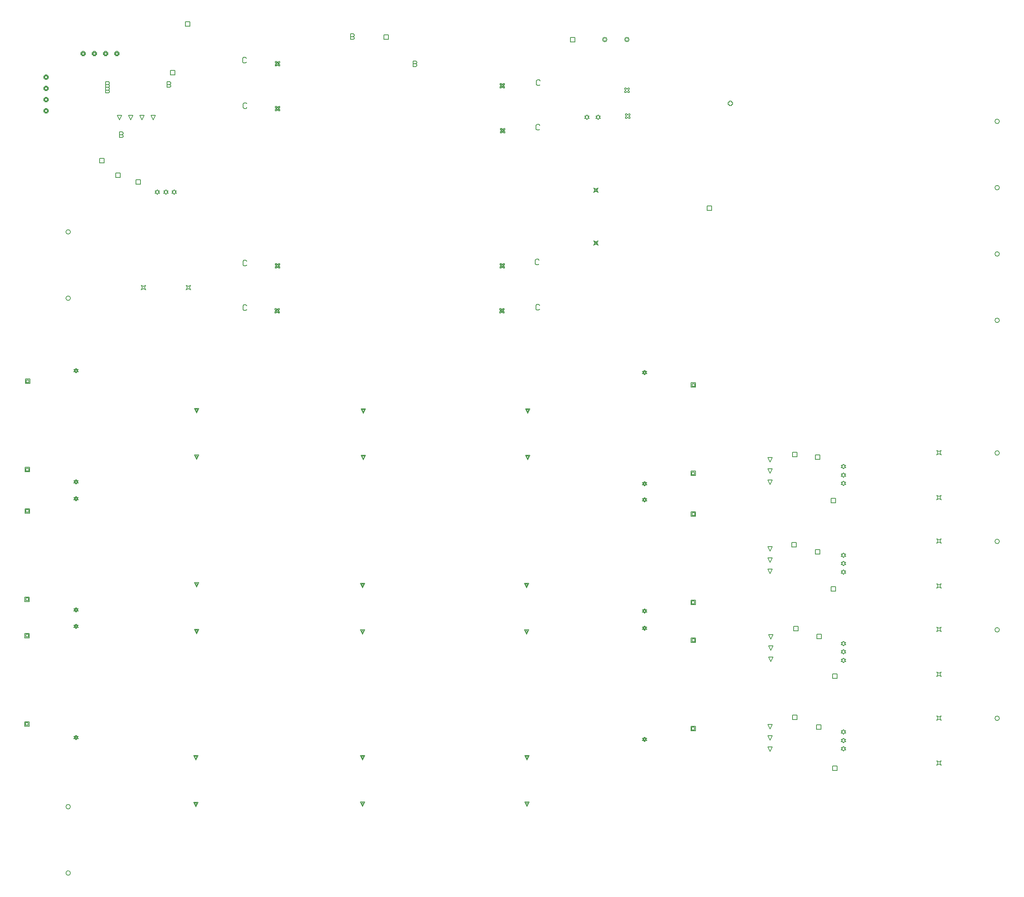
<source format=gbr>
%TF.GenerationSoftware,Altium Limited,Altium Designer,24.7.2 (38)*%
G04 Layer_Color=2752767*
%FSLAX43Y43*%
%MOMM*%
%TF.SameCoordinates,3DDE4B3C-03A5-4BC3-9972-2EF5A5DF1AA7*%
%TF.FilePolarity,Positive*%
%TF.FileFunction,Drawing*%
%TF.Part,Single*%
G01*
G75*
%TA.AperFunction,NonConductor*%
%ADD133C,0.127*%
%ADD134C,0.169*%
%ADD135C,0.102*%
D133*
X44000Y124067D02*
X43492Y125083D01*
X44508D01*
X44000Y124067D01*
Y124270D02*
X43695Y124880D01*
X44305D01*
X44000Y124270D01*
Y113526D02*
X43492Y114542D01*
X44508D01*
X44000Y113526D01*
Y113729D02*
X43695Y114339D01*
X44305D01*
X44000Y113729D01*
X173700Y47517D02*
X173192Y48533D01*
X174208D01*
X173700Y47517D01*
Y50057D02*
X173192Y51073D01*
X174208D01*
X173700Y50057D01*
Y52597D02*
X173192Y53613D01*
X174208D01*
X173700Y52597D01*
Y87742D02*
X173192Y88758D01*
X174208D01*
X173700Y87742D01*
Y90282D02*
X173192Y91298D01*
X174208D01*
X173700Y90282D01*
Y92822D02*
X173192Y93838D01*
X174208D01*
X173700Y92822D01*
Y107893D02*
X173192Y108909D01*
X174208D01*
X173700Y107893D01*
Y110433D02*
X173192Y111449D01*
X174208D01*
X173700Y110433D01*
Y112973D02*
X173192Y113989D01*
X174208D01*
X173700Y112973D01*
X173800Y67852D02*
X173292Y68868D01*
X174308D01*
X173800Y67852D01*
Y70392D02*
X173292Y71408D01*
X174308D01*
X173800Y70392D01*
Y72932D02*
X173292Y73948D01*
X174308D01*
X173800Y72932D01*
X178767Y54667D02*
Y55683D01*
X179783D01*
Y54667D01*
X178767D01*
X187767Y43217D02*
Y44233D01*
X188783D01*
Y43217D01*
X187767D01*
X184170Y52515D02*
Y53531D01*
X185186D01*
Y52515D01*
X184170D01*
X184221Y72967D02*
Y73983D01*
X185237D01*
Y72967D01*
X184221D01*
X178992Y74742D02*
Y75758D01*
X180008D01*
Y74742D01*
X178992D01*
X187817Y64047D02*
Y65063D01*
X188833D01*
Y64047D01*
X187817D01*
X187492Y83792D02*
Y84808D01*
X188508D01*
Y83792D01*
X187492D01*
X183917Y113542D02*
Y114558D01*
X184933D01*
Y113542D01*
X183917D01*
X187430Y103692D02*
Y104708D01*
X188446D01*
Y103692D01*
X187430D01*
X190221Y47587D02*
X190475Y47841D01*
X190729D01*
X190475Y48095D01*
X190729Y48349D01*
X190475D01*
X190221Y48603D01*
X189967Y48349D01*
X189713D01*
X189967Y48095D01*
X189713Y47841D01*
X189967D01*
X190221Y47587D01*
Y49492D02*
X190475Y49746D01*
X190729D01*
X190475Y50000D01*
X190729Y50254D01*
X190475D01*
X190221Y50508D01*
X189967Y50254D01*
X189713D01*
X189967Y50000D01*
X189713Y49746D01*
X189967D01*
X190221Y49492D01*
Y51397D02*
X190475Y51651D01*
X190729D01*
X190475Y51905D01*
X190729Y52159D01*
X190475D01*
X190221Y52413D01*
X189967Y52159D01*
X189713D01*
X189967Y51905D01*
X189713Y51651D01*
X189967D01*
X190221Y51397D01*
X211303Y44412D02*
X211557Y44920D01*
X211303Y45428D01*
X211811Y45174D01*
X212319Y45428D01*
X212065Y44920D01*
X212319Y44412D01*
X211811Y44666D01*
X211303Y44412D01*
Y54572D02*
X211557Y55080D01*
X211303Y55588D01*
X211811Y55334D01*
X212319Y55588D01*
X212065Y55080D01*
X212319Y54572D01*
X211811Y54826D01*
X211303Y54572D01*
X190221Y67587D02*
X190475Y67841D01*
X190729D01*
X190475Y68095D01*
X190729Y68349D01*
X190475D01*
X190221Y68603D01*
X189967Y68349D01*
X189713D01*
X189967Y68095D01*
X189713Y67841D01*
X189967D01*
X190221Y67587D01*
Y69492D02*
X190475Y69746D01*
X190729D01*
X190475Y70000D01*
X190729Y70254D01*
X190475D01*
X190221Y70508D01*
X189967Y70254D01*
X189713D01*
X189967Y70000D01*
X189713Y69746D01*
X189967D01*
X190221Y69492D01*
Y71397D02*
X190475Y71651D01*
X190729D01*
X190475Y71905D01*
X190729Y72159D01*
X190475D01*
X190221Y72413D01*
X189967Y72159D01*
X189713D01*
X189967Y71905D01*
X189713Y71651D01*
X189967D01*
X190221Y71397D01*
X211303Y64412D02*
X211557Y64920D01*
X211303Y65428D01*
X211811Y65174D01*
X212319Y65428D01*
X212065Y64920D01*
X212319Y64412D01*
X211811Y64666D01*
X211303Y64412D01*
Y74572D02*
X211557Y75080D01*
X211303Y75588D01*
X211811Y75334D01*
X212319Y75588D01*
X212065Y75080D01*
X212319Y74572D01*
X211811Y74826D01*
X211303Y74572D01*
X190221Y87587D02*
X190475Y87841D01*
X190729D01*
X190475Y88095D01*
X190729Y88349D01*
X190475D01*
X190221Y88603D01*
X189967Y88349D01*
X189713D01*
X189967Y88095D01*
X189713Y87841D01*
X189967D01*
X190221Y87587D01*
Y89492D02*
X190475Y89746D01*
X190729D01*
X190475Y90000D01*
X190729Y90254D01*
X190475D01*
X190221Y90508D01*
X189967Y90254D01*
X189713D01*
X189967Y90000D01*
X189713Y89746D01*
X189967D01*
X190221Y89492D01*
Y91397D02*
X190475Y91651D01*
X190729D01*
X190475Y91905D01*
X190729Y92159D01*
X190475D01*
X190221Y92413D01*
X189967Y92159D01*
X189713D01*
X189967Y91905D01*
X189713Y91651D01*
X189967D01*
X190221Y91397D01*
X211303Y84412D02*
X211557Y84920D01*
X211303Y85428D01*
X211811Y85174D01*
X212319Y85428D01*
X212065Y84920D01*
X212319Y84412D01*
X211811Y84666D01*
X211303Y84412D01*
Y94572D02*
X211557Y95080D01*
X211303Y95588D01*
X211811Y95334D01*
X212319Y95588D01*
X212065Y95080D01*
X212319Y94572D01*
X211811Y94826D01*
X211303Y94572D01*
X190221Y107587D02*
X190475Y107841D01*
X190729D01*
X190475Y108095D01*
X190729Y108349D01*
X190475D01*
X190221Y108603D01*
X189967Y108349D01*
X189713D01*
X189967Y108095D01*
X189713Y107841D01*
X189967D01*
X190221Y107587D01*
Y109492D02*
X190475Y109746D01*
X190729D01*
X190475Y110000D01*
X190729Y110254D01*
X190475D01*
X190221Y110508D01*
X189967Y110254D01*
X189713D01*
X189967Y110000D01*
X189713Y109746D01*
X189967D01*
X190221Y109492D01*
Y111397D02*
X190475Y111651D01*
X190729D01*
X190475Y111905D01*
X190729Y112159D01*
X190475D01*
X190221Y112413D01*
X189967Y112159D01*
X189713D01*
X189967Y111905D01*
X189713Y111651D01*
X189967D01*
X190221Y111397D01*
X211303Y104412D02*
X211557Y104920D01*
X211303Y105428D01*
X211811Y105174D01*
X212319Y105428D01*
X212065Y104920D01*
X212319Y104412D01*
X211811Y104666D01*
X211303Y104412D01*
Y114572D02*
X211557Y115080D01*
X211303Y115588D01*
X211811Y115334D01*
X212319Y115588D01*
X212065Y115080D01*
X212319Y114572D01*
X211811Y114826D01*
X211303Y114572D01*
X178767Y114117D02*
Y115133D01*
X179783D01*
Y114117D01*
X178767D01*
X178592Y93742D02*
Y94758D01*
X179608D01*
Y93742D01*
X178592D01*
X183942Y92167D02*
Y93183D01*
X184958D01*
Y92167D01*
X183942D01*
X155772Y52167D02*
Y53183D01*
X156788D01*
Y52167D01*
X155772D01*
X155975Y52370D02*
Y52980D01*
X156585D01*
Y52370D01*
X155975D01*
X155822Y72142D02*
Y73158D01*
X156838D01*
Y72142D01*
X155822D01*
X156025Y72345D02*
Y72955D01*
X156635D01*
Y72345D01*
X156025D01*
X81710Y124006D02*
X81202Y125022D01*
X82218D01*
X81710Y124006D01*
Y124209D02*
X81405Y124819D01*
X82015D01*
X81710Y124209D01*
Y113465D02*
X81202Y114481D01*
X82218D01*
X81710Y113465D01*
Y113668D02*
X81405Y114278D01*
X82015D01*
X81710Y113668D01*
X155772Y109887D02*
Y110903D01*
X156788D01*
Y109887D01*
X155772D01*
X155975Y110090D02*
Y110700D01*
X156585D01*
Y110090D01*
X155975D01*
X155822Y129862D02*
Y130878D01*
X156838D01*
Y129862D01*
X155822D01*
X156025Y130065D02*
Y130675D01*
X156635D01*
Y130065D01*
X156025D01*
X121718Y199190D02*
X121506Y199402D01*
X121083D01*
X120872Y199190D01*
Y198344D01*
X121083Y198132D01*
X121506D01*
X121718Y198344D01*
X121616Y189106D02*
X121405Y189318D01*
X120982D01*
X120770Y189106D01*
Y188260D01*
X120982Y188048D01*
X121405D01*
X121616Y188260D01*
X121439Y158601D02*
X121227Y158813D01*
X120804D01*
X120592Y158601D01*
Y157755D01*
X120804Y157543D01*
X121227D01*
X121439Y157755D01*
X121591Y148390D02*
X121379Y148602D01*
X120956D01*
X120745Y148390D01*
Y147544D01*
X120956Y147332D01*
X121379D01*
X121591Y147544D01*
X159442Y169892D02*
Y170908D01*
X160458D01*
Y169892D01*
X159442D01*
X118870Y124006D02*
X118362Y125022D01*
X119378D01*
X118870Y124006D01*
Y124209D02*
X118565Y124819D01*
X119175D01*
X118870Y124209D01*
X112566Y146697D02*
X112820D01*
X113074Y146951D01*
X113328Y146697D01*
X113582D01*
Y146951D01*
X113328Y147205D01*
X113582Y147459D01*
Y147713D01*
X113328D01*
X113074Y147459D01*
X112820Y147713D01*
X112566D01*
Y147459D01*
X112820Y147205D01*
X112566Y146951D01*
Y146697D01*
X112769Y146900D02*
X112921D01*
X113074Y147053D01*
X113226Y146900D01*
X113379D01*
Y147053D01*
X113226Y147205D01*
X113379Y147358D01*
Y147510D01*
X113226D01*
X113074Y147358D01*
X112921Y147510D01*
X112769D01*
Y147358D01*
X112921Y147205D01*
X112769Y147053D01*
Y146900D01*
X112617Y156857D02*
X112871D01*
X113125Y157111D01*
X113379Y156857D01*
X113633D01*
Y157111D01*
X113379Y157365D01*
X113633Y157619D01*
Y157873D01*
X113379D01*
X113125Y157619D01*
X112871Y157873D01*
X112617D01*
Y157619D01*
X112871Y157365D01*
X112617Y157111D01*
Y156857D01*
X112820Y157060D02*
X112972D01*
X113125Y157213D01*
X113277Y157060D01*
X113429D01*
Y157213D01*
X113277Y157365D01*
X113429Y157518D01*
Y157670D01*
X113277D01*
X113125Y157518D01*
X112972Y157670D01*
X112820D01*
Y157518D01*
X112972Y157365D01*
X112820Y157213D01*
Y157060D01*
X112667Y187413D02*
X112921D01*
X113175Y187667D01*
X113429Y187413D01*
X113683D01*
Y187667D01*
X113429Y187921D01*
X113683Y188175D01*
Y188429D01*
X113429D01*
X113175Y188175D01*
X112921Y188429D01*
X112667D01*
Y188175D01*
X112921Y187921D01*
X112667Y187667D01*
Y187413D01*
X112871Y187617D02*
X113023D01*
X113175Y187769D01*
X113328Y187617D01*
X113480D01*
Y187769D01*
X113328Y187921D01*
X113480Y188074D01*
Y188226D01*
X113328D01*
X113175Y188074D01*
X113023Y188226D01*
X112871D01*
Y188074D01*
X113023Y187921D01*
X112871Y187769D01*
Y187617D01*
X112617Y197573D02*
X112871D01*
X113125Y197827D01*
X113379Y197573D01*
X113633D01*
Y197827D01*
X113379Y198081D01*
X113633Y198335D01*
Y198589D01*
X113379D01*
X113125Y198335D01*
X112871Y198589D01*
X112617D01*
Y198335D01*
X112871Y198081D01*
X112617Y197827D01*
Y197573D01*
X112820Y197777D02*
X112972D01*
X113125Y197929D01*
X113277Y197777D01*
X113429D01*
Y197929D01*
X113277Y198081D01*
X113429Y198234D01*
Y198386D01*
X113277D01*
X113125Y198234D01*
X112972Y198386D01*
X112820D01*
Y198234D01*
X112972Y198081D01*
X112820Y197929D01*
Y197777D01*
X145305Y132645D02*
X145559Y132899D01*
X145813D01*
X145559Y133153D01*
X145813Y133407D01*
X145559D01*
X145305Y133661D01*
X145051Y133407D01*
X144797D01*
X145051Y133153D01*
X144797Y132899D01*
X145051D01*
X145305Y132645D01*
Y132848D02*
X145457Y133001D01*
X145610D01*
X145457Y133153D01*
X145610Y133305D01*
X145457D01*
X145305Y133458D01*
X145153Y133305D01*
X145000D01*
X145153Y133153D01*
X145000Y133001D01*
X145153D01*
X145305Y132848D01*
X81590Y84526D02*
X81082Y85542D01*
X82098D01*
X81590Y84526D01*
Y84729D02*
X81285Y85339D01*
X81895D01*
X81590Y84729D01*
Y73985D02*
X81082Y75001D01*
X82098D01*
X81590Y73985D01*
Y74188D02*
X81285Y74798D01*
X81895D01*
X81590Y74188D01*
Y45583D02*
X81082Y46599D01*
X82098D01*
X81590Y45583D01*
Y45786D02*
X81285Y46396D01*
X81895D01*
X81590Y45786D01*
Y35042D02*
X81082Y36058D01*
X82098D01*
X81590Y35042D01*
Y35245D02*
X81285Y35855D01*
X81895D01*
X81590Y35245D01*
X41652Y151911D02*
X41906Y152419D01*
X41652Y152927D01*
X42160Y152673D01*
X42668Y152927D01*
X42414Y152419D01*
X42668Y151911D01*
X42160Y152165D01*
X41652Y151911D01*
X31492D02*
X31746Y152419D01*
X31492Y152927D01*
X32000Y152673D01*
X32508Y152927D01*
X32254Y152419D01*
X32508Y151911D01*
X32000Y152165D01*
X31492Y151911D01*
X38985Y173501D02*
X39239Y173755D01*
X39493D01*
X39239Y174009D01*
X39493Y174263D01*
X39239D01*
X38985Y174517D01*
X38731Y174263D01*
X38477D01*
X38731Y174009D01*
X38477Y173755D01*
X38731D01*
X38985Y173501D01*
X37080D02*
X37334Y173755D01*
X37588D01*
X37334Y174009D01*
X37588Y174263D01*
X37334D01*
X37080Y174517D01*
X36826Y174263D01*
X36572D01*
X36826Y174009D01*
X36572Y173755D01*
X36826D01*
X37080Y173501D01*
X35175D02*
X35429Y173755D01*
X35683D01*
X35429Y174009D01*
X35683Y174263D01*
X35429D01*
X35175Y174517D01*
X34921Y174263D01*
X34667D01*
X34921Y174009D01*
X34667Y173755D01*
X34921D01*
X35175Y173501D01*
X145305Y107499D02*
X145559Y107753D01*
X145813D01*
X145559Y108007D01*
X145813Y108261D01*
X145559D01*
X145305Y108515D01*
X145051Y108261D01*
X144797D01*
X145051Y108007D01*
X144797Y107753D01*
X145051D01*
X145305Y107499D01*
Y107702D02*
X145457Y107855D01*
X145610D01*
X145457Y108007D01*
X145610Y108159D01*
X145457D01*
X145305Y108312D01*
X145153Y108159D01*
X145000D01*
X145153Y108007D01*
X145000Y107855D01*
X145153D01*
X145305Y107702D01*
X55297Y204270D02*
X55085Y204482D01*
X54662D01*
X54451Y204270D01*
Y203424D01*
X54662Y203212D01*
X55085D01*
X55297Y203424D01*
X55424Y193958D02*
X55212Y194169D01*
X54789D01*
X54578Y193958D01*
Y193111D01*
X54789Y192900D01*
X55212D01*
X55424Y193111D01*
X55373Y158372D02*
X55162Y158584D01*
X54738D01*
X54527Y158372D01*
Y157526D01*
X54738Y157314D01*
X55162D01*
X55373Y157526D01*
Y148289D02*
X55162Y148500D01*
X54738D01*
X54527Y148289D01*
Y147442D01*
X54738Y147231D01*
X55162D01*
X55373Y147442D01*
X61791Y202526D02*
X62045D01*
X62299Y202780D01*
X62553Y202526D01*
X62807D01*
Y202780D01*
X62553Y203034D01*
X62807Y203288D01*
Y203542D01*
X62553D01*
X62299Y203288D01*
X62045Y203542D01*
X61791D01*
Y203288D01*
X62045Y203034D01*
X61791Y202780D01*
Y202526D01*
X61994Y202730D02*
X62147D01*
X62299Y202882D01*
X62452Y202730D01*
X62604D01*
Y202882D01*
X62452Y203034D01*
X62604Y203187D01*
Y203339D01*
X62452D01*
X62299Y203187D01*
X62147Y203339D01*
X61994D01*
Y203187D01*
X62147Y203034D01*
X61994Y202882D01*
Y202730D01*
X61842Y192392D02*
X62096D01*
X62350Y192646D01*
X62604Y192392D01*
X62858D01*
Y192646D01*
X62604Y192900D01*
X62858Y193154D01*
Y193408D01*
X62604D01*
X62350Y193154D01*
X62096Y193408D01*
X61842D01*
Y193154D01*
X62096Y192900D01*
X61842Y192646D01*
Y192392D01*
X62045Y192595D02*
X62198D01*
X62350Y192747D01*
X62502Y192595D01*
X62655D01*
Y192747D01*
X62502Y192900D01*
X62655Y193052D01*
Y193205D01*
X62502D01*
X62350Y193052D01*
X62198Y193205D01*
X62045D01*
Y193052D01*
X62198Y192900D01*
X62045Y192747D01*
Y192595D01*
X61817Y156832D02*
X62071D01*
X62325Y157086D01*
X62579Y156832D01*
X62833D01*
Y157086D01*
X62579Y157340D01*
X62833Y157594D01*
Y157848D01*
X62579D01*
X62325Y157594D01*
X62071Y157848D01*
X61817D01*
Y157594D01*
X62071Y157340D01*
X61817Y157086D01*
Y156832D01*
X62020Y157035D02*
X62172D01*
X62325Y157187D01*
X62477Y157035D01*
X62629D01*
Y157187D01*
X62477Y157340D01*
X62629Y157492D01*
Y157645D01*
X62477D01*
X62325Y157492D01*
X62172Y157645D01*
X62020D01*
Y157492D01*
X62172Y157340D01*
X62020Y157187D01*
Y157035D01*
X61766Y146646D02*
X62020D01*
X62274Y146900D01*
X62528Y146646D01*
X62782D01*
Y146900D01*
X62528Y147154D01*
X62782Y147408D01*
Y147662D01*
X62528D01*
X62274Y147408D01*
X62020Y147662D01*
X61766D01*
Y147408D01*
X62020Y147154D01*
X61766Y146900D01*
Y146646D01*
X61969Y146850D02*
X62121D01*
X62274Y147002D01*
X62426Y146850D01*
X62579D01*
Y147002D01*
X62426Y147154D01*
X62579Y147307D01*
Y147459D01*
X62426D01*
X62274Y147307D01*
X62121Y147459D01*
X61969D01*
Y147307D01*
X62121Y147154D01*
X61969Y147002D01*
Y146850D01*
X164446Y193821D02*
Y193567D01*
X164954D01*
Y193821D01*
X165208D01*
Y194329D01*
X164954D01*
Y194583D01*
X164446D01*
Y194329D01*
X164192D01*
Y193821D01*
X164446D01*
X140824Y196488D02*
X141078D01*
X141332Y196742D01*
X141586Y196488D01*
X141840D01*
Y196742D01*
X141586Y196996D01*
X141840Y197250D01*
Y197504D01*
X141586D01*
X141332Y197250D01*
X141078Y197504D01*
X140824D01*
Y197250D01*
X141078Y196996D01*
X140824Y196742D01*
Y196488D01*
X140951Y190646D02*
X141205D01*
X141459Y190900D01*
X141713Y190646D01*
X141967D01*
Y190900D01*
X141713Y191154D01*
X141967Y191408D01*
Y191662D01*
X141713D01*
X141459Y191408D01*
X141205Y191662D01*
X140951D01*
Y191408D01*
X141205Y191154D01*
X140951Y190900D01*
Y190646D01*
X128542Y207992D02*
Y209008D01*
X129558D01*
Y207992D01*
X128542D01*
X133767Y173942D02*
X134021Y174450D01*
X133767Y174958D01*
X134275Y174704D01*
X134783Y174958D01*
X134529Y174450D01*
X134783Y173942D01*
X134275Y174196D01*
X133767Y173942D01*
X133970Y174145D02*
X134123Y174450D01*
X133970Y174755D01*
X134275Y174602D01*
X134580Y174755D01*
X134427Y174450D01*
X134580Y174145D01*
X134275Y174298D01*
X133970Y174145D01*
X133767Y161942D02*
X134021Y162450D01*
X133767Y162958D01*
X134275Y162704D01*
X134783Y162958D01*
X134529Y162450D01*
X134783Y161942D01*
X134275Y162196D01*
X133767Y161942D01*
X133970Y162145D02*
X134123Y162450D01*
X133970Y162755D01*
X134275Y162602D01*
X134580Y162755D01*
X134427Y162450D01*
X134580Y162145D01*
X134275Y162298D01*
X133970Y162145D01*
X132280Y190392D02*
X132534Y190646D01*
X132788D01*
X132534Y190900D01*
X132788Y191154D01*
X132534D01*
X132280Y191408D01*
X132026Y191154D01*
X131772D01*
X132026Y190900D01*
X131772Y190646D01*
X132026D01*
X132280Y190392D01*
X134820D02*
X135074Y190646D01*
X135328D01*
X135074Y190900D01*
X135328Y191154D01*
X135074D01*
X134820Y191408D01*
X134566Y191154D01*
X134312D01*
X134566Y190900D01*
X134312Y190646D01*
X134566D01*
X134820Y190392D01*
X38092Y200467D02*
Y201483D01*
X39108D01*
Y200467D01*
X38092D01*
X41467Y211517D02*
Y212533D01*
X42483D01*
Y211517D01*
X41467D01*
X86367Y208517D02*
Y209533D01*
X87383D01*
Y208517D01*
X86367D01*
X26560Y190318D02*
X26052Y191334D01*
X27068D01*
X26560Y190318D01*
X29100D02*
X28592Y191334D01*
X29608D01*
X29100Y190318D01*
X31640D02*
X31132Y191334D01*
X32148D01*
X31640Y190318D01*
X34180D02*
X33672Y191334D01*
X34688D01*
X34180Y190318D01*
X25742Y177317D02*
Y178333D01*
X26758D01*
Y177317D01*
X25742D01*
X30326Y175743D02*
Y176759D01*
X31342D01*
Y175743D01*
X30326D01*
X22114Y180620D02*
Y181636D01*
X23130D01*
Y180620D01*
X22114D01*
X25761Y205046D02*
Y204792D01*
X26269D01*
Y205046D01*
X26523D01*
Y205554D01*
X26269D01*
Y205808D01*
X25761D01*
Y205554D01*
X25507D01*
Y205046D01*
X25761D01*
X25863Y205148D02*
Y204995D01*
X26167D01*
Y205148D01*
X26320D01*
Y205452D01*
X26167D01*
Y205605D01*
X25863D01*
Y205452D01*
X25710D01*
Y205148D01*
X25863D01*
X23221Y205046D02*
Y204792D01*
X23729D01*
Y205046D01*
X23983D01*
Y205554D01*
X23729D01*
Y205808D01*
X23221D01*
Y205554D01*
X22967D01*
Y205046D01*
X23221D01*
X23323Y205148D02*
Y204995D01*
X23627D01*
Y205148D01*
X23780D01*
Y205452D01*
X23627D01*
Y205605D01*
X23323D01*
Y205452D01*
X23170D01*
Y205148D01*
X23323D01*
X20681Y205046D02*
Y204792D01*
X21189D01*
Y205046D01*
X21443D01*
Y205554D01*
X21189D01*
Y205808D01*
X20681D01*
Y205554D01*
X20427D01*
Y205046D01*
X20681D01*
X20783Y205148D02*
Y204995D01*
X21087D01*
Y205148D01*
X21240D01*
Y205452D01*
X21087D01*
Y205605D01*
X20783D01*
Y205452D01*
X20630D01*
Y205148D01*
X20783D01*
X18141Y205046D02*
Y204792D01*
X18649D01*
Y205046D01*
X18903D01*
Y205554D01*
X18649D01*
Y205808D01*
X18141D01*
Y205554D01*
X17887D01*
Y205046D01*
X18141D01*
X18243Y205148D02*
Y204995D01*
X18547D01*
Y205148D01*
X18700D01*
Y205452D01*
X18547D01*
Y205605D01*
X18243D01*
Y205452D01*
X18090D01*
Y205148D01*
X18243D01*
X9746Y199746D02*
Y199492D01*
X10254D01*
Y199746D01*
X10508D01*
Y200254D01*
X10254D01*
Y200508D01*
X9746D01*
Y200254D01*
X9492D01*
Y199746D01*
X9746D01*
X9848Y199848D02*
Y199695D01*
X10152D01*
Y199848D01*
X10305D01*
Y200152D01*
X10152D01*
Y200305D01*
X9848D01*
Y200152D01*
X9695D01*
Y199848D01*
X9848D01*
X9746Y197206D02*
Y196952D01*
X10254D01*
Y197206D01*
X10508D01*
Y197714D01*
X10254D01*
Y197968D01*
X9746D01*
Y197714D01*
X9492D01*
Y197206D01*
X9746D01*
X9848Y197308D02*
Y197155D01*
X10152D01*
Y197308D01*
X10305D01*
Y197612D01*
X10152D01*
Y197765D01*
X9848D01*
Y197612D01*
X9695D01*
Y197308D01*
X9848D01*
X9746Y194666D02*
Y194412D01*
X10254D01*
Y194666D01*
X10508D01*
Y195174D01*
X10254D01*
Y195428D01*
X9746D01*
Y195174D01*
X9492D01*
Y194666D01*
X9746D01*
X9848Y194768D02*
Y194615D01*
X10152D01*
Y194768D01*
X10305D01*
Y195072D01*
X10152D01*
Y195225D01*
X9848D01*
Y195072D01*
X9695D01*
Y194768D01*
X9848D01*
X9746Y192126D02*
Y191872D01*
X10254D01*
Y192126D01*
X10508D01*
Y192634D01*
X10254D01*
Y192888D01*
X9746D01*
Y192634D01*
X9492D01*
Y192126D01*
X9746D01*
X9848Y192228D02*
Y192075D01*
X10152D01*
Y192228D01*
X10305D01*
Y192532D01*
X10152D01*
Y192685D01*
X9848D01*
Y192532D01*
X9695D01*
Y192228D01*
X9848D01*
X145305Y74892D02*
X145559Y75146D01*
X145813D01*
X145559Y75400D01*
X145813Y75654D01*
X145559D01*
X145305Y75908D01*
X145051Y75654D01*
X144797D01*
X145051Y75400D01*
X144797Y75146D01*
X145051D01*
X145305Y74892D01*
Y75095D02*
X145457Y75248D01*
X145610D01*
X145457Y75400D01*
X145610Y75552D01*
X145457D01*
X145305Y75705D01*
X145153Y75552D01*
X145000D01*
X145153Y75400D01*
X145000Y75248D01*
X145153D01*
X145305Y75095D01*
Y49746D02*
X145559Y50000D01*
X145813D01*
X145559Y50254D01*
X145813Y50508D01*
X145559D01*
X145305Y50762D01*
X145051Y50508D01*
X144797D01*
X145051Y50254D01*
X144797Y50000D01*
X145051D01*
X145305Y49746D01*
Y49949D02*
X145457Y50102D01*
X145610D01*
X145457Y50254D01*
X145610Y50406D01*
X145457D01*
X145305Y50559D01*
X145153Y50406D01*
X145000D01*
X145153Y50254D01*
X145000Y50102D01*
X145153D01*
X145305Y49949D01*
X155822Y100682D02*
Y101698D01*
X156838D01*
Y100682D01*
X155822D01*
X156025Y100885D02*
Y101495D01*
X156635D01*
Y100885D01*
X156025D01*
X155772Y80707D02*
Y81723D01*
X156788D01*
Y80707D01*
X155772D01*
X155975Y80910D02*
Y81520D01*
X156585D01*
Y80910D01*
X155975D01*
X118870Y113465D02*
X118362Y114481D01*
X119378D01*
X118870Y113465D01*
Y113668D02*
X118565Y114278D01*
X119175D01*
X118870Y113668D01*
X145305Y103895D02*
X145559Y104149D01*
X145813D01*
X145559Y104403D01*
X145813Y104657D01*
X145559D01*
X145305Y104911D01*
X145051Y104657D01*
X144797D01*
X145051Y104403D01*
X144797Y104149D01*
X145051D01*
X145305Y103895D01*
Y104098D02*
X145457Y104251D01*
X145610D01*
X145457Y104403D01*
X145610Y104555D01*
X145457D01*
X145305Y104708D01*
X145153Y104555D01*
X145000D01*
X145153Y104403D01*
X145000Y104251D01*
X145153D01*
X145305Y104098D01*
Y78749D02*
X145559Y79003D01*
X145813D01*
X145559Y79257D01*
X145813Y79511D01*
X145559D01*
X145305Y79765D01*
X145051Y79511D01*
X144797D01*
X145051Y79257D01*
X144797Y79003D01*
X145051D01*
X145305Y78749D01*
Y78952D02*
X145457Y79105D01*
X145610D01*
X145457Y79257D01*
X145610Y79409D01*
X145457D01*
X145305Y79562D01*
X145153Y79409D01*
X145000D01*
X145153Y79257D01*
X145000Y79105D01*
X145153D01*
X145305Y78952D01*
X118600Y73985D02*
X118092Y75001D01*
X119108D01*
X118600Y73985D01*
Y74188D02*
X118295Y74798D01*
X118905D01*
X118600Y74188D01*
Y84526D02*
X118092Y85542D01*
X119108D01*
X118600Y84526D01*
Y84729D02*
X118295Y85339D01*
X118905D01*
X118600Y84729D01*
X118710Y35042D02*
X118202Y36058D01*
X119218D01*
X118710Y35042D01*
Y35245D02*
X118405Y35855D01*
X119015D01*
X118710Y35245D01*
Y45583D02*
X118202Y46599D01*
X119218D01*
X118710Y45583D01*
Y45786D02*
X118405Y46396D01*
X119015D01*
X118710Y45786D01*
X5307Y130722D02*
Y131738D01*
X6323D01*
Y130722D01*
X5307D01*
X5510Y130925D02*
Y131535D01*
X6120D01*
Y130925D01*
X5510D01*
X5257Y110747D02*
Y111763D01*
X6273D01*
Y110747D01*
X5257D01*
X5460Y110950D02*
Y111560D01*
X6070D01*
Y110950D01*
X5460D01*
X5217Y73192D02*
Y74208D01*
X6233D01*
Y73192D01*
X5217D01*
X5420Y73395D02*
Y74005D01*
X6030D01*
Y73395D01*
X5420D01*
X5167Y53217D02*
Y54233D01*
X6183D01*
Y53217D01*
X5167D01*
X5370Y53420D02*
Y54030D01*
X5980D01*
Y53420D01*
X5370D01*
X5257Y101372D02*
Y102388D01*
X6273D01*
Y101372D01*
X5257D01*
X5460Y101575D02*
Y102185D01*
X6070D01*
Y101575D01*
X5460D01*
X5207Y81397D02*
Y82413D01*
X6223D01*
Y81397D01*
X5207D01*
X5410Y81600D02*
Y82210D01*
X6020D01*
Y81600D01*
X5410D01*
X43850Y35017D02*
X43342Y36033D01*
X44358D01*
X43850Y35017D01*
Y35220D02*
X43545Y35830D01*
X44155D01*
X43850Y35220D01*
Y45558D02*
X43342Y46574D01*
X44358D01*
X43850Y45558D01*
Y45761D02*
X43545Y46371D01*
X44155D01*
X43850Y45761D01*
X44000Y74124D02*
X43492Y75140D01*
X44508D01*
X44000Y74124D01*
Y74328D02*
X43695Y74937D01*
X44305D01*
X44000Y74328D01*
Y84665D02*
X43492Y85681D01*
X44508D01*
X44000Y84665D01*
Y84869D02*
X43695Y85478D01*
X44305D01*
X44000Y84869D01*
X16790Y133078D02*
X17044Y133332D01*
X17298D01*
X17044Y133586D01*
X17298Y133840D01*
X17044D01*
X16790Y134094D01*
X16536Y133840D01*
X16282D01*
X16536Y133586D01*
X16282Y133332D01*
X16536D01*
X16790Y133078D01*
Y133281D02*
X16942Y133434D01*
X17095D01*
X16942Y133586D01*
X17095Y133738D01*
X16942D01*
X16790Y133891D01*
X16638Y133738D01*
X16485D01*
X16638Y133586D01*
X16485Y133434D01*
X16638D01*
X16790Y133281D01*
Y107932D02*
X17044Y108186D01*
X17298D01*
X17044Y108440D01*
X17298Y108694D01*
X17044D01*
X16790Y108948D01*
X16536Y108694D01*
X16282D01*
X16536Y108440D01*
X16282Y108186D01*
X16536D01*
X16790Y107932D01*
Y108135D02*
X16942Y108288D01*
X17095D01*
X16942Y108440D01*
X17095Y108592D01*
X16942D01*
X16790Y108745D01*
X16638Y108592D01*
X16485D01*
X16638Y108440D01*
X16485Y108288D01*
X16638D01*
X16790Y108135D01*
X16820Y75312D02*
X17074Y75566D01*
X17328D01*
X17074Y75820D01*
X17328Y76074D01*
X17074D01*
X16820Y76328D01*
X16566Y76074D01*
X16312D01*
X16566Y75820D01*
X16312Y75566D01*
X16566D01*
X16820Y75312D01*
Y75515D02*
X16972Y75668D01*
X17125D01*
X16972Y75820D01*
X17125Y75972D01*
X16972D01*
X16820Y76125D01*
X16668Y75972D01*
X16515D01*
X16668Y75820D01*
X16515Y75668D01*
X16668D01*
X16820Y75515D01*
Y50166D02*
X17074Y50420D01*
X17328D01*
X17074Y50674D01*
X17328Y50928D01*
X17074D01*
X16820Y51182D01*
X16566Y50928D01*
X16312D01*
X16566Y50674D01*
X16312Y50420D01*
X16566D01*
X16820Y50166D01*
Y50369D02*
X16972Y50522D01*
X17125D01*
X16972Y50674D01*
X17125Y50826D01*
X16972D01*
X16820Y50979D01*
X16668Y50826D01*
X16515D01*
X16668Y50674D01*
X16515Y50522D01*
X16668D01*
X16820Y50369D01*
Y104175D02*
X17074Y104429D01*
X17328D01*
X17074Y104683D01*
X17328Y104937D01*
X17074D01*
X16820Y105191D01*
X16566Y104937D01*
X16312D01*
X16566Y104683D01*
X16312Y104429D01*
X16566D01*
X16820Y104175D01*
Y104378D02*
X16972Y104531D01*
X17125D01*
X16972Y104683D01*
X17125Y104835D01*
X16972D01*
X16820Y104988D01*
X16668Y104835D01*
X16515D01*
X16668Y104683D01*
X16515Y104531D01*
X16668D01*
X16820Y104378D01*
Y79029D02*
X17074Y79283D01*
X17328D01*
X17074Y79537D01*
X17328Y79791D01*
X17074D01*
X16820Y80045D01*
X16566Y79791D01*
X16312D01*
X16566Y79537D01*
X16312Y79283D01*
X16566D01*
X16820Y79029D01*
Y79232D02*
X16972Y79385D01*
X17125D01*
X16972Y79537D01*
X17125Y79689D01*
X16972D01*
X16820Y79842D01*
X16668Y79689D01*
X16515D01*
X16668Y79537D01*
X16515Y79385D01*
X16668D01*
X16820Y79232D01*
X26560Y187620D02*
Y186350D01*
X27195D01*
X27406Y186562D01*
Y186773D01*
X27195Y186985D01*
X26560D01*
X27195D01*
X27406Y187196D01*
Y187408D01*
X27195Y187620D01*
X26560D01*
X92975Y203670D02*
Y202400D01*
X93610D01*
X93821Y202612D01*
Y202823D01*
X93610Y203035D01*
X92975D01*
X93610D01*
X93821Y203246D01*
Y203458D01*
X93610Y203670D01*
X92975D01*
X37350Y198955D02*
Y197685D01*
X37985D01*
X38196Y197897D01*
Y198108D01*
X37985Y198320D01*
X37350D01*
X37985D01*
X38196Y198531D01*
Y198743D01*
X37985Y198955D01*
X37350D01*
X78825Y209795D02*
Y208525D01*
X79460D01*
X79671Y208737D01*
Y208948D01*
X79460Y209160D01*
X78825D01*
X79460D01*
X79671Y209371D01*
Y209583D01*
X79460Y209795D01*
X78825D01*
X23504Y197685D02*
Y196415D01*
X24139D01*
X24351Y196627D01*
Y196838D01*
X24139Y197050D01*
X23504D01*
X24139D01*
X24351Y197261D01*
Y197473D01*
X24139Y197685D01*
X23504D01*
Y198955D02*
Y197685D01*
X24139D01*
X24351Y197897D01*
Y198108D01*
X24139Y198320D01*
X23504D01*
X24139D01*
X24351Y198531D01*
Y198743D01*
X24139Y198955D01*
X23504D01*
D134*
X225508Y175000D02*
G03*
X225508Y175000I-508J0D01*
G01*
Y95000D02*
G03*
X225508Y95000I-508J0D01*
G01*
Y75000D02*
G03*
X225508Y75000I-508J0D01*
G01*
Y115000D02*
G03*
X225508Y115000I-508J0D01*
G01*
Y55000D02*
G03*
X225508Y55000I-508J0D01*
G01*
Y160000D02*
G03*
X225508Y160000I-508J0D01*
G01*
Y190000D02*
G03*
X225508Y190000I-508J0D01*
G01*
Y145000D02*
G03*
X225508Y145000I-508J0D01*
G01*
X15508Y150000D02*
G03*
X15508Y150000I-508J0D01*
G01*
Y165000D02*
G03*
X15508Y165000I-508J0D01*
G01*
Y35000D02*
G03*
X15508Y35000I-508J0D01*
G01*
Y20000D02*
G03*
X15508Y20000I-508J0D01*
G01*
X136808Y208500D02*
G03*
X136808Y208500I-508J0D01*
G01*
X141808D02*
G03*
X141808Y208500I-508J0D01*
G01*
D135*
X136605D02*
G03*
X136605Y208500I-305J0D01*
G01*
X141605D02*
G03*
X141605Y208500I-305J0D01*
G01*
%TF.MD5,0db4a4fc00ca1f4174fcfa44a2af7d38*%
M02*

</source>
